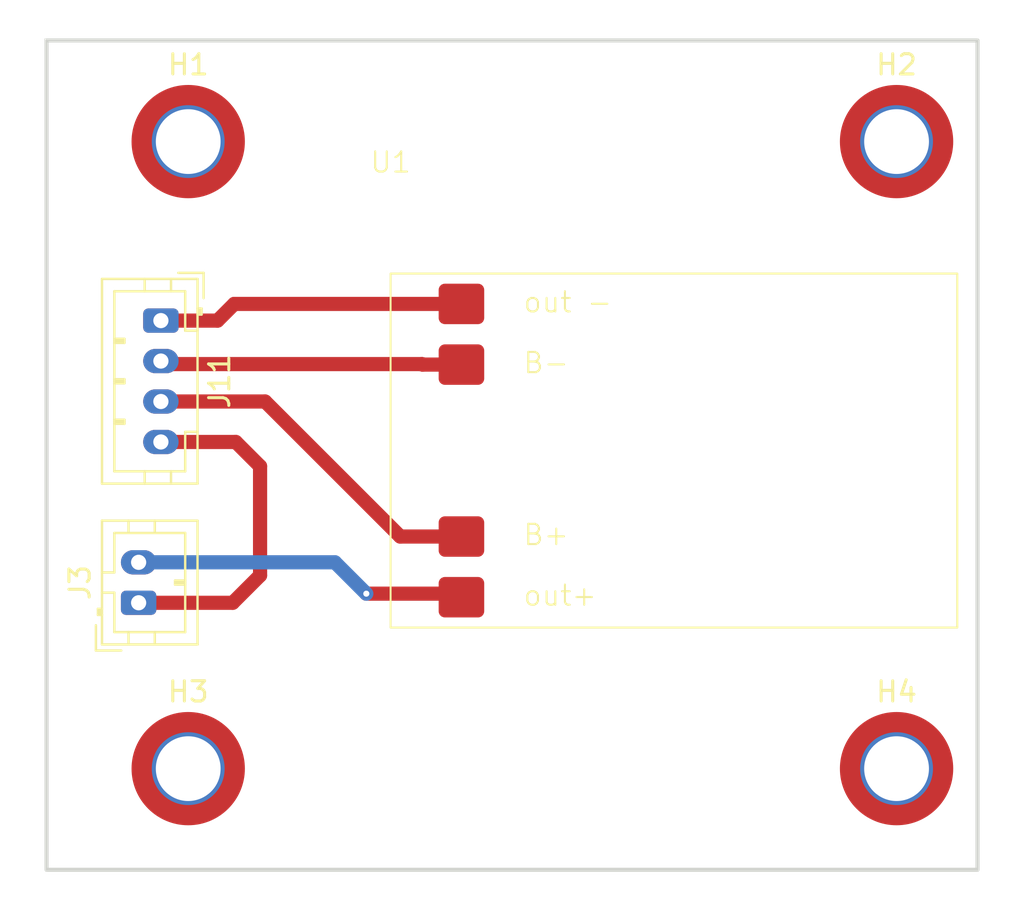
<source format=kicad_pcb>
(kicad_pcb (version 20241229) (generator "pcbnew") (generator_version "9.0")
  (layers (0 "F.Cu" signal) (4 "In1.Cu" signal) (6 "In2.Cu" signal) (2 "B.Cu" signal) (13 "F.Paste" user) (15 "B.Paste" user) (5 "F.SilkS" user "F.Silkscreen") (7 "B.SilkS" user "B.Silkscreen") (1 "F.Mask" user) (3 "B.Mask" user) (25 "Edge.Cuts" user))
  (net 0 "")
  (net 1 "+5V")
  (net 2 "GND_chargeur_input")
  (net 3 "5V_chargeur_input")
  (net 4 "On{slash}off")
  (net 5 "GND")
  (footprint "1_My_Custom_Library:TP4056_chargeur_USB-C" (layer "F.Cu") (at 151 63.525)
    (property "Reference" "U1" (at 0 -0.5 0) (layer "F.SilkS") (effects (font (thickness 0.1))))
    (property "Value" "~")
    (fp_rect (start 0 5) (end 28 22.5) (stroke (width 0.1)) (fill no) (layer "F.SilkS"))
    (fp_text user "B+" (at 6.5 18.5 0) (layer "F.SilkS") (effects (font (thickness 0.1)) (justify left bottom)))
    (fp_text user "out -" (at 6.5 7 0) (layer "F.SilkS") (effects (font (thickness 0.1)) (justify left bottom)))
    (fp_text user "B-" (at 6.5 10 0) (layer "F.SilkS") (effects (font (thickness 0.1)) (justify left bottom)))
    (fp_text user "out+" (at 6.5 21.5 0) (layer "F.SilkS") (effects (font (thickness 0.1)) (justify left bottom)))
    (pad "1" smd roundrect (at 3.5 6.5) (size 2.25 2) (layers "F.Cu" "F.Mask" "F.Paste") (roundrect_rratio 0.15) (net 5 "GND"))
    (pad "2" smd roundrect (at 3.5 9.5) (size 2.25 2) (layers "F.Cu" "F.Mask" "F.Paste") (roundrect_rratio 0.15) (net 2 "GND_chargeur_input"))
    (pad "3" smd roundrect (at 3.5 18) (size 2.25 2) (layers "F.Cu" "F.Mask" "F.Paste") (roundrect_rratio 0.15) (net 3 "5V_chargeur_input"))
    (pad "4" smd roundrect (at 3.5 21) (size 2.25 2) (layers "F.Cu" "F.Mask" "F.Paste") (roundrect_rratio 0.15) (net 1 "+5V"))
  )
  (footprint "MountingHole:MountingHole_3.2mm_M3_DIN965_Pad_TopOnly" (layer "F.Cu") (at 141 62)
    (property "Reference" "H1" (at 0 -3.8 0) (layer "F.SilkS"))
    (property "Value" "MountingHole")
    (pad "1" thru_hole circle (at 0 0) (size 3.6 3.6) (drill 3.2) (layers "*.Cu" "*.Mask"))
    (pad "1" connect circle (at 0 0) (size 5.6 5.6) (layers "F.Cu" "F.Mask"))
  )
  (footprint "Connector_JST:JST_PH_B4B-PH-K_1x04_P2.00mm_Vertical" (layer "F.Cu") (at 139.65 70.85 -90)
    (property "Reference" "J11" (at 3 -2.9 90) (layer "F.SilkS"))
    (property "Value" "JST_04")
    (fp_line (start -2.06 2.91) (end 8.06 2.91) (stroke (width 0.12)) (layer "F.SilkS"))
    (fp_line (start 8.06 2.91) (end 8.06 -1.81) (stroke (width 0.12)) (layer "F.SilkS"))
    (fp_line (start -1.45 2.3) (end 7.45 2.3) (stroke (width 0.12)) (layer "F.SilkS"))
    (fp_line (start 0.9 2.3) (end 0.9 1.8) (stroke (width 0.12)) (layer "F.SilkS"))
    (fp_line (start 1 2.3) (end 1 1.8) (stroke (width 0.12)) (layer "F.SilkS"))
    (fp_line (start 2.9 2.3) (end 2.9 1.8) (stroke (width 0.12)) (layer "F.SilkS"))
    (fp_line (start 3 2.3) (end 3 1.8) (stroke (width 0.12)) (layer "F.SilkS"))
    (fp_line (start 4.9 2.3) (end 4.9 1.8) (stroke (width 0.12)) (layer "F.SilkS"))
    (fp_line (start 5 2.3) (end 5 1.8) (stroke (width 0.12)) (layer "F.SilkS"))
    (fp_line (start 7.45 2.3) (end 7.45 -1.2) (stroke (width 0.12)) (layer "F.SilkS"))
    (fp_line (start 0.9 1.8) (end 1.1 1.8) (stroke (width 0.12)) (layer "F.SilkS"))
    (fp_line (start 1.1 1.8) (end 1.1 2.3) (stroke (width 0.12)) (layer "F.SilkS"))
    (fp_line (start 2.9 1.8) (end 3.1 1.8) (stroke (width 0.12)) (layer "F.SilkS"))
    (fp_line (start 3.1 1.8) (end 3.1 2.3) (stroke (width 0.12)) (layer "F.SilkS"))
    (fp_line (start 4.9 1.8) (end 5.1 1.8) (stroke (width 0.12)) (layer "F.SilkS"))
    (fp_line (start 5.1 1.8) (end 5.1 2.3) (stroke (width 0.12)) (layer "F.SilkS"))
    (fp_line (start -2.06 0.8) (end -1.45 0.8) (stroke (width 0.12)) (layer "F.SilkS"))
    (fp_line (start 8.06 0.8) (end 7.45 0.8) (stroke (width 0.12)) (layer "F.SilkS"))
    (fp_line (start -2.06 -0.5) (end -1.45 -0.5) (stroke (width 0.12)) (layer "F.SilkS"))
    (fp_line (start 8.06 -0.5) (end 7.45 -0.5) (stroke (width 0.12)) (layer "F.SilkS"))
    (fp_line (start -1.45 -1.2) (end -1.45 2.3) (stroke (width 0.12)) (layer "F.SilkS"))
    (fp_line (start 0.5 -1.2) (end -1.45 -1.2) (stroke (width 0.12)) (layer "F.SilkS"))
    (fp_line (start 5.5 -1.2) (end 5.5 -1.81) (stroke (width 0.12)) (layer "F.SilkS"))
    (fp_line (start 7.45 -1.2) (end 5.5 -1.2) (stroke (width 0.12)) (layer "F.SilkS"))
    (fp_line (start -2.06 -1.81) (end -2.06 2.91) (stroke (width 0.12)) (layer "F.SilkS"))
    (fp_line (start -0.3 -1.81) (end -0.3 -2.01) (stroke (width 0.12)) (layer "F.SilkS"))
    (fp_line (start 0.5 -1.81) (end 0.5 -1.2) (stroke (width 0.12)) (layer "F.SilkS"))
    (fp_line (start 8.06 -1.81) (end -2.06 -1.81) (stroke (width 0.12)) (layer "F.SilkS"))
    (fp_line (start -0.3 -1.91) (end -0.6 -1.91) (stroke (width 0.12)) (layer "F.SilkS"))
    (fp_line (start -0.6 -2.01) (end -0.6 -1.81) (stroke (width 0.12)) (layer "F.SilkS"))
    (fp_line (start -0.3 -2.01) (end -0.6 -2.01) (stroke (width 0.12)) (layer "F.SilkS"))
    (fp_line (start -2.36 -2.11) (end -2.36 -0.86) (stroke (width 0.12)) (layer "F.SilkS"))
    (fp_line (start -1.11 -2.11) (end -2.36 -2.11) (stroke (width 0.12)) (layer "F.SilkS"))
    (pad "1" thru_hole roundrect (at 0 0 270) (size 1.2 1.75) (drill 0.75) (layers "*.Cu" "*.Mask") (roundrect_rratio 0.208333) (net 5 "GND"))
    (pad "2" thru_hole oval (at 2 0 270) (size 1.2 1.75) (drill 0.75) (layers "*.Cu" "*.Mask") (net 2 "GND_chargeur_input"))
    (pad "3" thru_hole oval (at 4 0 270) (size 1.2 1.75) (drill 0.75) (layers "*.Cu" "*.Mask") (net 3 "5V_chargeur_input"))
    (pad "4" thru_hole oval (at 6 0 270) (size 1.2 1.75) (drill 0.75) (layers "*.Cu" "*.Mask") (net 4 "On{slash}off"))
  )
  (footprint "Connector_JST:JST_PH_B2B-PH-K_1x02_P2.00mm_Vertical" (layer "F.Cu") (at 138.55 84.8 90)
    (property "Reference" "J3" (at 1 -2.9 90) (layer "F.SilkS"))
    (property "Value" "On/off")
    (fp_line (start -1.11 -2.11) (end -2.36 -2.11) (stroke (width 0.12)) (layer "F.SilkS"))
    (fp_line (start -2.36 -2.11) (end -2.36 -0.86) (stroke (width 0.12)) (layer "F.SilkS"))
    (fp_line (start -0.3 -2.01) (end -0.6 -2.01) (stroke (width 0.12)) (layer "F.SilkS"))
    (fp_line (start -0.6 -2.01) (end -0.6 -1.81) (stroke (width 0.12)) (layer "F.SilkS"))
    (fp_line (start -0.3 -1.91) (end -0.6 -1.91) (stroke (width 0.12)) (layer "F.SilkS"))
    (fp_line (start 4.06 -1.81) (end -2.06 -1.81) (stroke (width 0.12)) (layer "F.SilkS"))
    (fp_line (start 0.5 -1.81) (end 0.5 -1.2) (stroke (width 0.12)) (layer "F.SilkS"))
    (fp_line (start -0.3 -1.81) (end -0.3 -2.01) (stroke (width 0.12)) (layer "F.SilkS"))
    (fp_line (start -2.06 -1.81) (end -2.06 2.91) (stroke (width 0.12)) (layer "F.SilkS"))
    (fp_line (start 3.45 -1.2) (end 1.5 -1.2) (stroke (width 0.12)) (layer "F.SilkS"))
    (fp_line (start 1.5 -1.2) (end 1.5 -1.81) (stroke (width 0.12)) (layer "F.SilkS"))
    (fp_line (start 0.5 -1.2) (end -1.45 -1.2) (stroke (width 0.12)) (layer "F.SilkS"))
    (fp_line (start -1.45 -1.2) (end -1.45 2.3) (stroke (width 0.12)) (layer "F.SilkS"))
    (fp_line (start 4.06 -0.5) (end 3.45 -0.5) (stroke (width 0.12)) (layer "F.SilkS"))
    (fp_line (start -2.06 -0.5) (end -1.45 -0.5) (stroke (width 0.12)) (layer "F.SilkS"))
    (fp_line (start 4.06 0.8) (end 3.45 0.8) (stroke (width 0.12)) (layer "F.SilkS"))
    (fp_line (start -2.06 0.8) (end -1.45 0.8) (stroke (width 0.12)) (layer "F.SilkS"))
    (fp_line (start 1.1 1.8) (end 1.1 2.3) (stroke (width 0.12)) (layer "F.SilkS"))
    (fp_line (start 0.9 1.8) (end 1.1 1.8) (stroke (width 0.12)) (layer "F.SilkS"))
    (fp_line (start 3.45 2.3) (end 3.45 -1.2) (stroke (width 0.12)) (layer "F.SilkS"))
    (fp_line (start 1 2.3) (end 1 1.8) (stroke (width 0.12)) (layer "F.SilkS"))
    (fp_line (start 0.9 2.3) (end 0.9 1.8) (stroke (width 0.12)) (layer "F.SilkS"))
    (fp_line (start -1.45 2.3) (end 3.45 2.3) (stroke (width 0.12)) (layer "F.SilkS"))
    (fp_line (start 4.06 2.91) (end 4.06 -1.81) (stroke (width 0.12)) (layer "F.SilkS"))
    (fp_line (start -2.06 2.91) (end 4.06 2.91) (stroke (width 0.12)) (layer "F.SilkS"))
    (pad "1" thru_hole roundrect (at 0 0 90) (size 1.2 1.75) (drill 0.75) (layers "*.Cu" "*.Mask") (roundrect_rratio 0.208333) (net 4 "On{slash}off"))
    (pad "2" thru_hole oval (at 2 0 90) (size 1.2 1.75) (drill 0.75) (layers "*.Cu" "*.Mask") (net 1 "+5V"))
  )
  (footprint "MountingHole:MountingHole_3.2mm_M3_DIN965_Pad_TopOnly" (layer "F.Cu") (at 176 62)
    (property "Reference" "H2" (at 0 -3.8 0) (layer "F.SilkS"))
    (property "Value" "MountingHole")
    (pad "1" thru_hole circle (at 0 0) (size 3.6 3.6) (drill 3.2) (layers "*.Cu" "*.Mask"))
    (pad "1" connect circle (at 0 0) (size 5.6 5.6) (layers "F.Cu" "F.Mask"))
  )
  (footprint "MountingHole:MountingHole_3.2mm_M3_DIN965_Pad_TopOnly" (layer "F.Cu") (at 141 93)
    (property "Reference" "H3" (at 0 -3.8 0) (layer "F.SilkS"))
    (property "Value" "MountingHole")
    (pad "1" thru_hole circle (at 0 0) (size 3.6 3.6) (drill 3.2) (layers "*.Cu" "*.Mask"))
    (pad "1" connect circle (at 0 0) (size 5.6 5.6) (layers "F.Cu" "F.Mask"))
  )
  (footprint "MountingHole:MountingHole_3.2mm_M3_DIN965_Pad_TopOnly" (layer "F.Cu") (at 176 93)
    (property "Reference" "H4" (at 0 -3.8 0) (layer "F.SilkS"))
    (property "Value" "MountingHole")
    (pad "1" thru_hole circle (at 0 0) (size 3.6 3.6) (drill 3.2) (layers "*.Cu" "*.Mask"))
    (pad "1" connect circle (at 0 0) (size 5.6 5.6) (layers "F.Cu" "F.Mask"))
  )
  (gr_rect (start 134 57) (end 180 98) (stroke (width 0.2)) (fill no) (layer "Edge.Cuts"))
  (segment (start 149.8 84.35) (end 154.325 84.35) (width 0.7) (layer "F.Cu") (net 1))
  (segment (start 154.325 84.35) (end 154.5 84.525) (width 0.7) (layer "F.Cu") (net 1))
  (via (at 149.8 84.35) (size 0.6) (drill 0.3) (layers "F.Cu" "B.Cu") (net 1))
  (segment (start 138.55 82.8) (end 148.25 82.8) (width 0.7) (layer "B.Cu") (net 1))
  (segment (start 148.25 82.8) (end 149.8 84.35) (width 0.7) (layer "B.Cu") (net 1))
  (segment (start 139.65 72.85) (end 139.8 73) (width 0.7) (layer "F.Cu") (net 2))
  (segment (start 152.55 73) (end 152.575 73.025) (width 0.7) (layer "F.Cu") (net 2))
  (segment (start 152.575 73.025) (end 154.5 73.025) (width 0.7) (layer "F.Cu") (net 2))
  (segment (start 139.8 73) (end 152.55 73) (width 0.7) (layer "F.Cu") (net 2))
  (segment (start 144.8 74.85) (end 151.475 81.525) (width 0.7) (layer "F.Cu") (net 3))
  (segment (start 151.475 81.525) (end 154.5 81.525) (width 0.7) (layer "F.Cu") (net 3))
  (segment (start 139.65 74.85) (end 144.8 74.85) (width 0.7) (layer "F.Cu") (net 3))
  (segment (start 143.35 76.85) (end 144.55 78.05) (width 0.7) (layer "F.Cu") (net 4))
  (segment (start 144.55 83.45) (end 143.2 84.8) (width 0.7) (layer "F.Cu") (net 4))
  (segment (start 144.55 78.05) (end 144.55 83.45) (width 0.7) (layer "F.Cu") (net 4))
  (segment (start 143.2 84.8) (end 138.55 84.8) (width 0.7) (layer "F.Cu") (net 4))
  (segment (start 139.65 76.85) (end 143.35 76.85) (width 0.7) (layer "F.Cu") (net 4))
  (segment (start 143.275 70.025) (end 154.5 70.025) (width 0.7) (layer "F.Cu") (net 5))
  (segment (start 142.45 70.85) (end 143.275 70.025) (width 0.7) (layer "F.Cu") (net 5))
  (segment (start 139.65 70.85) (end 142.45 70.85) (width 0.7) (layer "F.Cu") (net 5))
)
</source>
